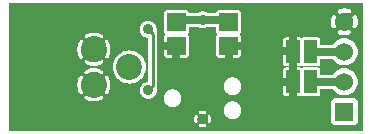
<source format=gbl>
G04 start of page 3 for group 1 idx 2 *
G04 Title: wearlink, bottom *
G04 Creator: pcb 1.99z *
G04 CreationDate: Mon Feb 18 11:15:00 2013 UTC *
G04 For: dijkstra *
G04 Format: Gerber/RS-274X *
G04 PCB-Dimensions (mil): 1326.38 433.46 *
G04 PCB-Coordinate-Origin: lower left *
%MOIN*%
%FSLAX25Y25*%
%LNBOTTOM*%
%ADD39C,0.0787*%
%ADD38C,0.0380*%
%ADD37C,0.0390*%
%ADD36C,0.0413*%
%ADD35C,0.0394*%
%ADD34C,0.0200*%
%ADD33C,0.0360*%
%ADD32R,0.0590X0.0590*%
%ADD31R,0.0460X0.0460*%
%ADD30C,0.0600*%
%ADD29C,0.0866*%
%ADD28C,0.0100*%
%ADD27C,0.0250*%
%ADD26C,0.0001*%
G54D26*G36*
X118406Y512D02*X115719D01*
Y2481D01*
X115789Y2510D01*
X115991Y2633D01*
X116170Y2786D01*
X116324Y2966D01*
X116447Y3167D01*
X116537Y3385D01*
X116592Y3615D01*
X116606Y3850D01*
X116592Y10086D01*
X116537Y10315D01*
X116447Y10533D01*
X116324Y10735D01*
X116170Y10914D01*
X115991Y11068D01*
X115789Y11191D01*
X115719Y11220D01*
Y14152D01*
X115758Y14197D01*
X116128Y14801D01*
X116399Y15456D01*
X116565Y16144D01*
X116606Y16850D01*
X116565Y17557D01*
X116399Y18245D01*
X116128Y18900D01*
X115758Y19504D01*
X115719Y19549D01*
Y24152D01*
X115758Y24197D01*
X116128Y24801D01*
X116399Y25456D01*
X116565Y26144D01*
X116606Y26850D01*
X116565Y27557D01*
X116399Y28245D01*
X116128Y28900D01*
X115758Y29504D01*
X115719Y29549D01*
Y34703D01*
X115762Y34710D01*
X115874Y34748D01*
X115979Y34802D01*
X116074Y34872D01*
X116157Y34956D01*
X116226Y35052D01*
X116276Y35159D01*
X116425Y35566D01*
X116528Y35988D01*
X116591Y36417D01*
X116612Y36850D01*
X116591Y37284D01*
X116528Y37713D01*
X116425Y38135D01*
X116281Y38544D01*
X116229Y38650D01*
X116160Y38747D01*
X116076Y38831D01*
X115981Y38902D01*
X115876Y38956D01*
X115763Y38994D01*
X115719Y39001D01*
Y43031D01*
X118406D01*
Y512D01*
G37*
G36*
X115719Y29549D02*X115298Y30042D01*
X114759Y30502D01*
X114156Y30872D01*
X113501Y31143D01*
X112812Y31309D01*
X112106Y31364D01*
Y32345D01*
X112540Y32366D01*
X112969Y32429D01*
X113390Y32532D01*
X113800Y32676D01*
X113906Y32728D01*
X114003Y32797D01*
X114087Y32880D01*
X114158Y32976D01*
X114212Y33081D01*
X114250Y33194D01*
X114269Y33311D01*
X114270Y33429D01*
X114252Y33547D01*
X114216Y33660D01*
X114163Y33766D01*
X114094Y33862D01*
X114011Y33947D01*
X113916Y34017D01*
X113810Y34072D01*
X113698Y34109D01*
X113581Y34128D01*
X113462Y34129D01*
X113345Y34112D01*
X113233Y34074D01*
X112961Y33975D01*
X112681Y33906D01*
X112395Y33864D01*
X112106Y33850D01*
Y39850D01*
X112395Y39836D01*
X112681Y39795D01*
X112961Y39726D01*
X113234Y39630D01*
X113346Y39593D01*
X113462Y39575D01*
X113581Y39576D01*
X113697Y39595D01*
X113809Y39632D01*
X113914Y39687D01*
X114009Y39757D01*
X114092Y39841D01*
X114160Y39937D01*
X114213Y40043D01*
X114249Y40155D01*
X114266Y40272D01*
X114266Y40390D01*
X114246Y40506D01*
X114209Y40618D01*
X114155Y40723D01*
X114085Y40818D01*
X114000Y40901D01*
X113904Y40970D01*
X113798Y41020D01*
X113390Y41169D01*
X112969Y41272D01*
X112540Y41335D01*
X112106Y41356D01*
Y43031D01*
X115719D01*
Y39001D01*
X115646Y39013D01*
X115527Y39014D01*
X115410Y38996D01*
X115297Y38960D01*
X115191Y38907D01*
X115095Y38838D01*
X115010Y38755D01*
X114940Y38660D01*
X114885Y38554D01*
X114848Y38442D01*
X114828Y38325D01*
X114827Y38206D01*
X114845Y38089D01*
X114883Y37977D01*
X114982Y37706D01*
X115051Y37425D01*
X115092Y37139D01*
X115106Y36850D01*
X115092Y36562D01*
X115051Y36276D01*
X114982Y35995D01*
X114886Y35723D01*
X114848Y35611D01*
X114831Y35494D01*
X114832Y35376D01*
X114851Y35260D01*
X114888Y35148D01*
X114943Y35043D01*
X115013Y34948D01*
X115097Y34865D01*
X115193Y34796D01*
X115298Y34744D01*
X115411Y34708D01*
X115528Y34690D01*
X115646Y34691D01*
X115719Y34703D01*
Y29549D01*
G37*
G36*
Y19549D02*X115298Y20042D01*
X114759Y20502D01*
X114156Y20872D01*
X113501Y21143D01*
X112812Y21309D01*
X112106Y21364D01*
Y22337D01*
X112812Y22392D01*
X113501Y22557D01*
X114156Y22828D01*
X114759Y23199D01*
X115298Y23659D01*
X115719Y24152D01*
Y19549D01*
G37*
G36*
Y11220D02*X115571Y11281D01*
X115342Y11336D01*
X115106Y11350D01*
X112106Y11344D01*
Y12337D01*
X112812Y12392D01*
X113501Y12557D01*
X114156Y12828D01*
X114759Y13199D01*
X115298Y13659D01*
X115719Y14152D01*
Y11220D01*
G37*
G36*
Y512D02*X112106D01*
Y2357D01*
X115342Y2364D01*
X115571Y2419D01*
X115719Y2481D01*
Y512D01*
G37*
G36*
X112106Y31364D02*X111400Y31309D01*
X110711Y31143D01*
X110057Y30872D01*
X109453Y30502D01*
X108915Y30042D01*
X108493Y29549D01*
Y34700D01*
X108567Y34688D01*
X108685Y34687D01*
X108802Y34704D01*
X108915Y34740D01*
X109022Y34793D01*
X109118Y34862D01*
X109202Y34946D01*
X109273Y35041D01*
X109328Y35146D01*
X109365Y35259D01*
X109384Y35376D01*
X109385Y35494D01*
X109368Y35612D01*
X109330Y35724D01*
X109231Y35995D01*
X109162Y36276D01*
X109120Y36562D01*
X109106Y36850D01*
X109120Y37139D01*
X109162Y37425D01*
X109231Y37706D01*
X109326Y37978D01*
X109364Y38090D01*
X109382Y38207D01*
X109381Y38325D01*
X109362Y38441D01*
X109324Y38553D01*
X109270Y38658D01*
X109200Y38753D01*
X109116Y38836D01*
X109020Y38904D01*
X108914Y38957D01*
X108802Y38993D01*
X108685Y39011D01*
X108567Y39010D01*
X108493Y38997D01*
Y43031D01*
X112106D01*
Y41356D01*
X111673Y41335D01*
X111244Y41272D01*
X110822Y41169D01*
X110413Y41025D01*
X110306Y40973D01*
X110210Y40904D01*
X110125Y40820D01*
X110055Y40725D01*
X110000Y40620D01*
X109963Y40507D01*
X109944Y40390D01*
X109943Y40272D01*
X109960Y40154D01*
X109996Y40041D01*
X110049Y39935D01*
X110118Y39839D01*
X110202Y39754D01*
X110297Y39684D01*
X110402Y39629D01*
X110515Y39592D01*
X110632Y39572D01*
X110750Y39571D01*
X110868Y39589D01*
X110980Y39627D01*
X111251Y39726D01*
X111532Y39795D01*
X111818Y39836D01*
X112106Y39850D01*
Y33850D01*
X111818Y33864D01*
X111532Y33906D01*
X111251Y33975D01*
X110979Y34070D01*
X110867Y34108D01*
X110750Y34126D01*
X110632Y34125D01*
X110516Y34106D01*
X110404Y34068D01*
X110299Y34014D01*
X110204Y33944D01*
X110121Y33860D01*
X110052Y33764D01*
X109999Y33658D01*
X109964Y33546D01*
X109946Y33429D01*
X109947Y33311D01*
X109966Y33195D01*
X110004Y33082D01*
X110058Y32978D01*
X110128Y32883D01*
X110212Y32800D01*
X110308Y32731D01*
X110415Y32680D01*
X110822Y32532D01*
X111244Y32429D01*
X111673Y32366D01*
X112106Y32345D01*
Y31364D01*
G37*
G36*
X108493Y29549D02*X108454Y29504D01*
X108207Y29100D01*
X104126D01*
X104124Y30807D01*
X104099Y30910D01*
Y43031D01*
X108493D01*
Y38997D01*
X108450Y38990D01*
X108338Y38953D01*
X108234Y38899D01*
X108139Y38829D01*
X108056Y38745D01*
X107987Y38649D01*
X107936Y38542D01*
X107788Y38135D01*
X107684Y37713D01*
X107622Y37284D01*
X107601Y36850D01*
X107622Y36417D01*
X107684Y35988D01*
X107788Y35566D01*
X107932Y35157D01*
X107984Y35050D01*
X108053Y34954D01*
X108136Y34870D01*
X108232Y34799D01*
X108337Y34745D01*
X108450Y34707D01*
X108493Y34700D01*
Y29549D01*
G37*
G36*
X112106Y21364D02*X111400Y21309D01*
X110711Y21143D01*
X110057Y20872D01*
X109453Y20502D01*
X108915Y20042D01*
X108454Y19504D01*
X108207Y19100D01*
X104126D01*
X104124Y20807D01*
X104099Y20910D01*
Y22791D01*
X104124Y22893D01*
X104133Y23050D01*
X104131Y24600D01*
X108207D01*
X108454Y24197D01*
X108915Y23659D01*
X109453Y23199D01*
X110057Y22828D01*
X110711Y22557D01*
X111400Y22392D01*
X112106Y22337D01*
Y21364D01*
G37*
G36*
Y512D02*X104099D01*
Y12791D01*
X104124Y12893D01*
X104133Y13050D01*
X104131Y14600D01*
X108207D01*
X108454Y14197D01*
X108915Y13659D01*
X109453Y13199D01*
X110057Y12828D01*
X110711Y12557D01*
X111400Y12392D01*
X112106Y12337D01*
Y11344D01*
X108871Y11336D01*
X108641Y11281D01*
X108423Y11191D01*
X108222Y11068D01*
X108042Y10914D01*
X107889Y10735D01*
X107766Y10533D01*
X107675Y10315D01*
X107620Y10086D01*
X107606Y9850D01*
X107620Y3615D01*
X107675Y3385D01*
X107766Y3167D01*
X107889Y2966D01*
X108042Y2786D01*
X108222Y2633D01*
X108423Y2510D01*
X108641Y2419D01*
X108871Y2364D01*
X109106Y2350D01*
X112106Y2357D01*
Y512D01*
G37*
G36*
X60925Y26075D02*Y34736D01*
X68799D01*
Y26075D01*
X60925D01*
G37*
G36*
X118406Y43031D02*Y512D01*
X115719D01*
Y2481D01*
X115789Y2510D01*
X115991Y2633D01*
X116170Y2786D01*
X116324Y2966D01*
X116447Y3167D01*
X116537Y3385D01*
X116592Y3615D01*
X116606Y3850D01*
X116592Y10086D01*
X116537Y10315D01*
X116447Y10533D01*
X116324Y10735D01*
X116170Y10914D01*
X115991Y11068D01*
X115789Y11191D01*
X115719Y11220D01*
Y14152D01*
X115758Y14197D01*
X116128Y14801D01*
X116399Y15456D01*
X116565Y16144D01*
X116606Y16850D01*
X116565Y17557D01*
X116399Y18245D01*
X116128Y18900D01*
X115758Y19504D01*
X115719Y19549D01*
Y24152D01*
X115758Y24197D01*
X116128Y24801D01*
X116399Y25456D01*
X116565Y26144D01*
X116606Y26850D01*
X116565Y27557D01*
X116399Y28245D01*
X116128Y28900D01*
X115758Y29504D01*
X115719Y29549D01*
Y34703D01*
X115762Y34710D01*
X115874Y34748D01*
X115979Y34802D01*
X116074Y34872D01*
X116157Y34956D01*
X116226Y35052D01*
X116276Y35159D01*
X116425Y35566D01*
X116528Y35988D01*
X116591Y36417D01*
X116612Y36850D01*
X116591Y37284D01*
X116528Y37713D01*
X116425Y38135D01*
X116281Y38544D01*
X116229Y38650D01*
X116160Y38747D01*
X116076Y38831D01*
X115981Y38902D01*
X115876Y38956D01*
X115763Y38994D01*
X115719Y39001D01*
Y43031D01*
X118406D01*
G37*
G36*
X115719Y29549D02*X115298Y30042D01*
X114759Y30502D01*
X114156Y30872D01*
X113501Y31143D01*
X112812Y31309D01*
X112106Y31364D01*
Y32345D01*
X112540Y32366D01*
X112969Y32429D01*
X113390Y32532D01*
X113800Y32676D01*
X113906Y32728D01*
X114003Y32797D01*
X114087Y32880D01*
X114158Y32976D01*
X114212Y33081D01*
X114250Y33194D01*
X114269Y33311D01*
X114270Y33429D01*
X114252Y33547D01*
X114216Y33660D01*
X114163Y33766D01*
X114094Y33862D01*
X114011Y33947D01*
X113916Y34017D01*
X113810Y34072D01*
X113698Y34109D01*
X113581Y34128D01*
X113462Y34129D01*
X113345Y34112D01*
X113233Y34074D01*
X112961Y33975D01*
X112681Y33906D01*
X112395Y33864D01*
X112106Y33850D01*
Y39850D01*
X112395Y39836D01*
X112681Y39795D01*
X112961Y39726D01*
X113234Y39630D01*
X113346Y39593D01*
X113462Y39575D01*
X113581Y39576D01*
X113697Y39595D01*
X113809Y39632D01*
X113914Y39687D01*
X114009Y39757D01*
X114092Y39841D01*
X114160Y39937D01*
X114213Y40043D01*
X114249Y40155D01*
X114266Y40272D01*
X114266Y40390D01*
X114246Y40506D01*
X114209Y40618D01*
X114155Y40723D01*
X114085Y40818D01*
X114000Y40901D01*
X113904Y40970D01*
X113798Y41020D01*
X113390Y41169D01*
X112969Y41272D01*
X112540Y41335D01*
X112106Y41356D01*
Y43031D01*
X115719D01*
Y39001D01*
X115646Y39013D01*
X115527Y39014D01*
X115410Y38996D01*
X115297Y38960D01*
X115191Y38907D01*
X115095Y38838D01*
X115010Y38755D01*
X114940Y38660D01*
X114885Y38554D01*
X114848Y38442D01*
X114828Y38325D01*
X114827Y38206D01*
X114845Y38089D01*
X114883Y37977D01*
X114982Y37706D01*
X115051Y37425D01*
X115092Y37139D01*
X115106Y36850D01*
X115092Y36562D01*
X115051Y36276D01*
X114982Y35995D01*
X114886Y35723D01*
X114848Y35611D01*
X114831Y35494D01*
X114832Y35376D01*
X114851Y35260D01*
X114888Y35148D01*
X114943Y35043D01*
X115013Y34948D01*
X115097Y34865D01*
X115193Y34796D01*
X115298Y34744D01*
X115411Y34708D01*
X115528Y34690D01*
X115646Y34691D01*
X115719Y34703D01*
Y29549D01*
G37*
G36*
Y19549D02*X115298Y20042D01*
X114759Y20502D01*
X114156Y20872D01*
X113501Y21143D01*
X112812Y21309D01*
X112106Y21364D01*
Y22337D01*
X112812Y22392D01*
X113501Y22557D01*
X114156Y22828D01*
X114759Y23199D01*
X115298Y23659D01*
X115719Y24152D01*
Y19549D01*
G37*
G36*
Y11220D02*X115571Y11281D01*
X115342Y11336D01*
X115106Y11350D01*
X112106Y11344D01*
Y12337D01*
X112812Y12392D01*
X113501Y12557D01*
X114156Y12828D01*
X114759Y13199D01*
X115298Y13659D01*
X115719Y14152D01*
Y11220D01*
G37*
G36*
Y512D02*X112106D01*
Y2357D01*
X115342Y2364D01*
X115571Y2419D01*
X115719Y2481D01*
Y512D01*
G37*
G36*
X112106Y31364D02*X111400Y31309D01*
X110711Y31143D01*
X110057Y30872D01*
X109453Y30502D01*
X108915Y30042D01*
X108493Y29549D01*
Y34700D01*
X108567Y34688D01*
X108685Y34687D01*
X108802Y34704D01*
X108915Y34740D01*
X109022Y34793D01*
X109118Y34862D01*
X109202Y34946D01*
X109273Y35041D01*
X109328Y35146D01*
X109365Y35259D01*
X109384Y35376D01*
X109385Y35494D01*
X109368Y35612D01*
X109330Y35724D01*
X109231Y35995D01*
X109162Y36276D01*
X109120Y36562D01*
X109106Y36850D01*
X109120Y37139D01*
X109162Y37425D01*
X109231Y37706D01*
X109326Y37978D01*
X109364Y38090D01*
X109382Y38207D01*
X109381Y38325D01*
X109362Y38441D01*
X109324Y38553D01*
X109270Y38658D01*
X109200Y38753D01*
X109116Y38836D01*
X109020Y38904D01*
X108914Y38957D01*
X108802Y38993D01*
X108685Y39011D01*
X108567Y39010D01*
X108493Y38997D01*
Y43031D01*
X112106D01*
Y41356D01*
X111673Y41335D01*
X111244Y41272D01*
X110822Y41169D01*
X110413Y41025D01*
X110306Y40973D01*
X110210Y40904D01*
X110125Y40820D01*
X110055Y40725D01*
X110000Y40620D01*
X109963Y40507D01*
X109944Y40390D01*
X109943Y40272D01*
X109960Y40154D01*
X109996Y40041D01*
X110049Y39935D01*
X110118Y39839D01*
X110202Y39754D01*
X110297Y39684D01*
X110402Y39629D01*
X110515Y39592D01*
X110632Y39572D01*
X110750Y39571D01*
X110868Y39589D01*
X110980Y39627D01*
X111251Y39726D01*
X111532Y39795D01*
X111818Y39836D01*
X112106Y39850D01*
Y33850D01*
X111818Y33864D01*
X111532Y33906D01*
X111251Y33975D01*
X110979Y34070D01*
X110867Y34108D01*
X110750Y34126D01*
X110632Y34125D01*
X110516Y34106D01*
X110404Y34068D01*
X110299Y34014D01*
X110204Y33944D01*
X110121Y33860D01*
X110052Y33764D01*
X109999Y33658D01*
X109964Y33546D01*
X109946Y33429D01*
X109947Y33311D01*
X109966Y33195D01*
X110004Y33082D01*
X110058Y32978D01*
X110128Y32883D01*
X110212Y32800D01*
X110308Y32731D01*
X110415Y32680D01*
X110822Y32532D01*
X111244Y32429D01*
X111673Y32366D01*
X112106Y32345D01*
Y31364D01*
G37*
G36*
X108493Y29549D02*X108454Y29504D01*
X108207Y29100D01*
X104170D01*
Y43031D01*
X108493D01*
Y38997D01*
X108450Y38990D01*
X108338Y38953D01*
X108234Y38899D01*
X108139Y38829D01*
X108056Y38745D01*
X107987Y38649D01*
X107936Y38542D01*
X107788Y38135D01*
X107684Y37713D01*
X107622Y37284D01*
X107601Y36850D01*
X107622Y36417D01*
X107684Y35988D01*
X107788Y35566D01*
X107932Y35157D01*
X107984Y35050D01*
X108053Y34954D01*
X108136Y34870D01*
X108232Y34799D01*
X108337Y34745D01*
X108450Y34707D01*
X108493Y34700D01*
Y29549D01*
G37*
G36*
X112106Y21364D02*X111400Y21309D01*
X110711Y21143D01*
X110057Y20872D01*
X109453Y20502D01*
X108915Y20042D01*
X108454Y19504D01*
X108207Y19100D01*
X104170D01*
Y24600D01*
X108207D01*
X108454Y24197D01*
X108915Y23659D01*
X109453Y23199D01*
X110057Y22828D01*
X110711Y22557D01*
X111400Y22392D01*
X112106Y22337D01*
Y21364D01*
G37*
G36*
Y512D02*X104170D01*
Y14600D01*
X108207D01*
X108454Y14197D01*
X108915Y13659D01*
X109453Y13199D01*
X110057Y12828D01*
X110711Y12557D01*
X111400Y12392D01*
X112106Y12337D01*
Y11344D01*
X108871Y11336D01*
X108641Y11281D01*
X108423Y11191D01*
X108222Y11068D01*
X108042Y10914D01*
X107889Y10735D01*
X107766Y10533D01*
X107675Y10315D01*
X107620Y10086D01*
X107606Y9850D01*
X107620Y3615D01*
X107675Y3385D01*
X107766Y3167D01*
X107889Y2966D01*
X108042Y2786D01*
X108222Y2633D01*
X108423Y2510D01*
X108641Y2419D01*
X108871Y2364D01*
X109106Y2350D01*
X112106Y2357D01*
Y512D01*
G37*
G36*
X104170D02*X74858D01*
Y4439D01*
X74862Y4439D01*
X75325Y4475D01*
X75777Y4583D01*
X76206Y4761D01*
X76602Y5004D01*
X76955Y5305D01*
X77256Y5658D01*
X77499Y6054D01*
X77676Y6483D01*
X77785Y6935D01*
X77812Y7398D01*
X77785Y7861D01*
X77676Y8312D01*
X77499Y8741D01*
X77256Y9137D01*
X76955Y9490D01*
X76602Y9792D01*
X76206Y10034D01*
X75777Y10212D01*
X75325Y10320D01*
X74862Y10357D01*
X74858Y10356D01*
Y12439D01*
X74862Y12439D01*
X75325Y12475D01*
X75777Y12583D01*
X76206Y12761D01*
X76602Y13004D01*
X76955Y13305D01*
X77256Y13658D01*
X77499Y14054D01*
X77676Y14483D01*
X77785Y14935D01*
X77812Y15398D01*
X77785Y15861D01*
X77676Y16312D01*
X77499Y16741D01*
X77256Y17137D01*
X76955Y17490D01*
X76602Y17792D01*
X76206Y18034D01*
X75777Y18212D01*
X75325Y18320D01*
X74862Y18357D01*
X74858Y18356D01*
Y24912D01*
X76830Y24915D01*
X76983Y24952D01*
X77129Y25012D01*
X77263Y25094D01*
X77382Y25196D01*
X77485Y25316D01*
X77567Y25450D01*
X77627Y25596D01*
X77664Y25749D01*
X77673Y25906D01*
X77664Y31968D01*
X77627Y32121D01*
X77567Y32266D01*
X77485Y32400D01*
X77382Y32520D01*
X77263Y32622D01*
X77129Y32705D01*
X76983Y32765D01*
X76856Y32795D01*
X76983Y32826D01*
X77129Y32886D01*
X77263Y32968D01*
X77382Y33070D01*
X77485Y33190D01*
X77567Y33324D01*
X77627Y33470D01*
X77664Y33623D01*
X77673Y33780D01*
X77664Y39842D01*
X77627Y39995D01*
X77567Y40140D01*
X77485Y40274D01*
X77382Y40394D01*
X77263Y40496D01*
X77129Y40579D01*
X76983Y40639D01*
X76830Y40676D01*
X76673Y40685D01*
X74858Y40682D01*
Y43031D01*
X104170D01*
Y29100D01*
X104126D01*
X104124Y30807D01*
X104087Y30960D01*
X104027Y31106D01*
X103945Y31240D01*
X103842Y31360D01*
X103723Y31462D01*
X103588Y31544D01*
X103443Y31604D01*
X103290Y31641D01*
X103133Y31650D01*
X98376Y31641D01*
X98223Y31604D01*
X98078Y31544D01*
X97943Y31462D01*
X97933Y31453D01*
X97923Y31462D01*
X97788Y31544D01*
X97643Y31604D01*
X97490Y31641D01*
X97333Y31650D01*
X92576Y31641D01*
X92423Y31604D01*
X92278Y31544D01*
X92143Y31462D01*
X92024Y31360D01*
X91922Y31240D01*
X91839Y31106D01*
X91779Y30960D01*
X91742Y30807D01*
X91733Y30650D01*
X91742Y22893D01*
X91779Y22740D01*
X91839Y22595D01*
X91922Y22461D01*
X92024Y22341D01*
X92143Y22239D01*
X92278Y22157D01*
X92423Y22096D01*
X92576Y22060D01*
X92733Y22050D01*
X97490Y22060D01*
X97643Y22096D01*
X97788Y22157D01*
X97923Y22239D01*
X97933Y22248D01*
X97943Y22239D01*
X98078Y22157D01*
X98223Y22096D01*
X98376Y22060D01*
X98533Y22050D01*
X103290Y22060D01*
X103443Y22096D01*
X103588Y22157D01*
X103723Y22239D01*
X103842Y22341D01*
X103945Y22461D01*
X104027Y22595D01*
X104087Y22740D01*
X104124Y22893D01*
X104133Y23050D01*
X104131Y24600D01*
X104170D01*
Y19100D01*
X104126D01*
X104124Y20807D01*
X104087Y20960D01*
X104027Y21106D01*
X103945Y21240D01*
X103842Y21360D01*
X103723Y21462D01*
X103588Y21544D01*
X103443Y21604D01*
X103290Y21641D01*
X103133Y21650D01*
X98376Y21641D01*
X98223Y21604D01*
X98078Y21544D01*
X97943Y21462D01*
X97933Y21453D01*
X97923Y21462D01*
X97788Y21544D01*
X97643Y21604D01*
X97490Y21641D01*
X97333Y21650D01*
X92576Y21641D01*
X92423Y21604D01*
X92278Y21544D01*
X92143Y21462D01*
X92024Y21360D01*
X91922Y21240D01*
X91839Y21106D01*
X91779Y20960D01*
X91742Y20807D01*
X91733Y20650D01*
X91742Y12893D01*
X91779Y12740D01*
X91839Y12595D01*
X91922Y12461D01*
X92024Y12341D01*
X92143Y12239D01*
X92278Y12157D01*
X92423Y12096D01*
X92576Y12060D01*
X92733Y12050D01*
X97490Y12060D01*
X97643Y12096D01*
X97788Y12157D01*
X97923Y12239D01*
X97933Y12248D01*
X97943Y12239D01*
X98078Y12157D01*
X98223Y12096D01*
X98376Y12060D01*
X98533Y12050D01*
X103290Y12060D01*
X103443Y12096D01*
X103588Y12157D01*
X103723Y12239D01*
X103842Y12341D01*
X103945Y12461D01*
X104027Y12595D01*
X104087Y12740D01*
X104124Y12893D01*
X104133Y13050D01*
X104131Y14600D01*
X104170D01*
Y512D01*
G37*
G36*
X74858Y40682D02*X70217Y40676D01*
X70064Y40639D01*
X69919Y40579D01*
X69785Y40496D01*
X69665Y40394D01*
X69563Y40274D01*
X69480Y40140D01*
X69420Y39995D01*
X69383Y39842D01*
X69379Y39770D01*
X67092D01*
Y43031D01*
X74858D01*
Y40682D01*
G37*
G36*
Y512D02*X67092D01*
Y3163D01*
X67160Y3177D01*
X67234Y3204D01*
X67302Y3243D01*
X67364Y3291D01*
X67417Y3349D01*
X67461Y3415D01*
X67492Y3487D01*
X67569Y3720D01*
X67622Y3960D01*
X67654Y4203D01*
X67665Y4449D01*
X67654Y4694D01*
X67622Y4938D01*
X67569Y5177D01*
X67494Y5411D01*
X67462Y5483D01*
X67418Y5549D01*
X67365Y5607D01*
X67303Y5656D01*
X67234Y5695D01*
X67160Y5723D01*
X67092Y5737D01*
Y30307D01*
X67134Y30357D01*
X67365Y30733D01*
X67533Y31140D01*
X67636Y31569D01*
X67662Y32008D01*
X67636Y32447D01*
X67533Y32876D01*
X67365Y33283D01*
X67134Y33659D01*
X67092Y33708D01*
Y35270D01*
X69381D01*
X69383Y33623D01*
X69420Y33470D01*
X69480Y33324D01*
X69563Y33190D01*
X69665Y33070D01*
X69785Y32968D01*
X69919Y32886D01*
X70064Y32826D01*
X70191Y32795D01*
X70064Y32765D01*
X69919Y32705D01*
X69785Y32622D01*
X69665Y32520D01*
X69563Y32400D01*
X69480Y32266D01*
X69420Y32121D01*
X69383Y31968D01*
X69374Y31811D01*
X69383Y25749D01*
X69420Y25596D01*
X69480Y25450D01*
X69563Y25316D01*
X69665Y25196D01*
X69785Y25094D01*
X69919Y25012D01*
X70064Y24952D01*
X70217Y24915D01*
X70374Y24906D01*
X74858Y24912D01*
Y18356D01*
X74399Y18320D01*
X73948Y18212D01*
X73519Y18034D01*
X73123Y17792D01*
X72770Y17490D01*
X72468Y17137D01*
X72226Y16741D01*
X72048Y16312D01*
X71940Y15861D01*
X71903Y15398D01*
X71940Y14935D01*
X72048Y14483D01*
X72226Y14054D01*
X72468Y13658D01*
X72770Y13305D01*
X73123Y13004D01*
X73519Y12761D01*
X73948Y12583D01*
X74399Y12475D01*
X74858Y12439D01*
Y10356D01*
X74399Y10320D01*
X73948Y10212D01*
X73519Y10034D01*
X73123Y9792D01*
X72770Y9490D01*
X72468Y9137D01*
X72226Y8741D01*
X72048Y8312D01*
X71940Y7861D01*
X71903Y7398D01*
X71940Y6935D01*
X72048Y6483D01*
X72226Y6054D01*
X72468Y5658D01*
X72770Y5305D01*
X73123Y5004D01*
X73519Y4761D01*
X73948Y4583D01*
X74399Y4475D01*
X74858Y4439D01*
Y512D01*
G37*
G36*
X67092Y39770D02*X66539D01*
X66513Y39792D01*
X66137Y40022D01*
X65730Y40191D01*
X65302Y40294D01*
X64862Y40328D01*
Y43031D01*
X67092D01*
Y39770D01*
G37*
G36*
Y33708D02*X66848Y33994D01*
X66513Y34280D01*
X66137Y34510D01*
X65730Y34679D01*
X65377Y34764D01*
X65730Y34849D01*
X66137Y35017D01*
X66513Y35247D01*
X66539Y35270D01*
X67092D01*
Y33708D01*
G37*
G36*
Y512D02*X64862D01*
Y1646D01*
X65108Y1657D01*
X65351Y1689D01*
X65591Y1742D01*
X65825Y1817D01*
X65897Y1849D01*
X65963Y1893D01*
X66021Y1946D01*
X66070Y2008D01*
X66109Y2077D01*
X66136Y2151D01*
X66152Y2228D01*
X66155Y2307D01*
X66146Y2386D01*
X66125Y2462D01*
X66092Y2533D01*
X66048Y2599D01*
X65995Y2657D01*
X65933Y2706D01*
X65864Y2745D01*
X65790Y2773D01*
X65713Y2788D01*
X65634Y2792D01*
X65555Y2783D01*
X65480Y2760D01*
X65330Y2711D01*
X65176Y2676D01*
X65020Y2656D01*
X64862Y2649D01*
Y6249D01*
X65020Y6242D01*
X65176Y6221D01*
X65330Y6187D01*
X65480Y6139D01*
X65556Y6117D01*
X65634Y6108D01*
X65713Y6111D01*
X65790Y6127D01*
X65863Y6154D01*
X65932Y6193D01*
X65994Y6242D01*
X66047Y6300D01*
X66090Y6365D01*
X66123Y6437D01*
X66144Y6512D01*
X66153Y6591D01*
X66150Y6669D01*
X66135Y6746D01*
X66107Y6820D01*
X66068Y6889D01*
X66020Y6950D01*
X65962Y7004D01*
X65896Y7047D01*
X65824Y7078D01*
X65591Y7155D01*
X65351Y7209D01*
X65108Y7241D01*
X64862Y7252D01*
Y29199D01*
X65302Y29234D01*
X65730Y29337D01*
X66137Y29505D01*
X66513Y29736D01*
X66848Y30022D01*
X67092Y30307D01*
Y5737D01*
X67083Y5738D01*
X67004Y5742D01*
X66925Y5733D01*
X66849Y5711D01*
X66778Y5679D01*
X66712Y5635D01*
X66654Y5581D01*
X66605Y5520D01*
X66566Y5451D01*
X66538Y5377D01*
X66523Y5299D01*
X66519Y5220D01*
X66528Y5142D01*
X66551Y5066D01*
X66600Y4917D01*
X66635Y4763D01*
X66655Y4606D01*
X66662Y4449D01*
X66655Y4291D01*
X66635Y4135D01*
X66600Y3981D01*
X66553Y3831D01*
X66530Y3755D01*
X66521Y3677D01*
X66524Y3598D01*
X66540Y3521D01*
X66567Y3448D01*
X66606Y3379D01*
X66655Y3317D01*
X66713Y3264D01*
X66778Y3221D01*
X66850Y3188D01*
X66926Y3167D01*
X67004Y3158D01*
X67083Y3161D01*
X67092Y3163D01*
Y512D01*
G37*
G36*
X62632Y35270D02*X63185D01*
X63211Y35247D01*
X63587Y35017D01*
X63994Y34849D01*
X64347Y34764D01*
X63994Y34679D01*
X63587Y34510D01*
X63211Y34280D01*
X62876Y33994D01*
X62632Y33708D01*
Y35270D01*
G37*
G36*
Y43031D02*X64862D01*
Y40328D01*
X64423Y40294D01*
X63994Y40191D01*
X63587Y40022D01*
X63211Y39792D01*
X63185Y39770D01*
X62632D01*
Y43031D01*
G37*
G36*
X64862Y512D02*X62632D01*
Y3161D01*
X62642Y3159D01*
X62720Y3156D01*
X62799Y3165D01*
X62875Y3186D01*
X62947Y3219D01*
X63013Y3263D01*
X63071Y3316D01*
X63120Y3378D01*
X63159Y3447D01*
X63186Y3521D01*
X63202Y3598D01*
X63205Y3677D01*
X63196Y3756D01*
X63173Y3831D01*
X63124Y3981D01*
X63090Y4135D01*
X63069Y4291D01*
X63062Y4449D01*
X63069Y4606D01*
X63090Y4763D01*
X63124Y4917D01*
X63172Y5067D01*
X63194Y5142D01*
X63203Y5221D01*
X63200Y5299D01*
X63184Y5376D01*
X63157Y5450D01*
X63118Y5519D01*
X63069Y5580D01*
X63012Y5634D01*
X62946Y5677D01*
X62874Y5710D01*
X62799Y5731D01*
X62720Y5740D01*
X62642Y5737D01*
X62632Y5735D01*
Y30307D01*
X62876Y30022D01*
X63211Y29736D01*
X63587Y29505D01*
X63994Y29337D01*
X64423Y29234D01*
X64862Y29199D01*
Y7252D01*
X64862D01*
X64617Y7241D01*
X64373Y7209D01*
X64134Y7155D01*
X63900Y7081D01*
X63828Y7049D01*
X63762Y7005D01*
X63704Y6952D01*
X63655Y6890D01*
X63616Y6821D01*
X63588Y6747D01*
X63573Y6669D01*
X63569Y6591D01*
X63578Y6512D01*
X63600Y6436D01*
X63632Y6364D01*
X63676Y6298D01*
X63730Y6240D01*
X63791Y6191D01*
X63860Y6152D01*
X63934Y6125D01*
X64012Y6109D01*
X64091Y6106D01*
X64169Y6115D01*
X64245Y6138D01*
X64394Y6187D01*
X64548Y6221D01*
X64705Y6242D01*
X64862Y6249D01*
Y2649D01*
X64705Y2656D01*
X64548Y2676D01*
X64394Y2711D01*
X64244Y2758D01*
X64169Y2781D01*
X64090Y2790D01*
X64012Y2787D01*
X63935Y2771D01*
X63861Y2744D01*
X63792Y2705D01*
X63731Y2656D01*
X63677Y2598D01*
X63634Y2533D01*
X63601Y2461D01*
X63580Y2385D01*
X63571Y2307D01*
X63574Y2228D01*
X63590Y2151D01*
X63617Y2077D01*
X63656Y2009D01*
X63705Y1947D01*
X63763Y1894D01*
X63828Y1850D01*
X63900Y1819D01*
X64134Y1742D01*
X64373Y1689D01*
X64617Y1657D01*
X64862Y1646D01*
Y512D01*
G37*
G36*
X54858Y43031D02*X62632D01*
Y39770D01*
X60341D01*
X60341Y39842D01*
X60304Y39995D01*
X60244Y40140D01*
X60162Y40274D01*
X60060Y40394D01*
X59940Y40496D01*
X59806Y40579D01*
X59660Y40639D01*
X59507Y40676D01*
X59350Y40685D01*
X54858Y40678D01*
Y43031D01*
G37*
G36*
X62632Y512D02*X54858D01*
Y8439D01*
X54862Y8439D01*
X55325Y8475D01*
X55777Y8583D01*
X56206Y8761D01*
X56602Y9004D01*
X56955Y9305D01*
X57256Y9658D01*
X57499Y10054D01*
X57676Y10483D01*
X57785Y10935D01*
X57812Y11398D01*
X57785Y11861D01*
X57676Y12312D01*
X57499Y12741D01*
X57256Y13137D01*
X56955Y13490D01*
X56602Y13792D01*
X56206Y14034D01*
X55777Y14212D01*
X55325Y14320D01*
X54862Y14357D01*
X54858Y14356D01*
Y24908D01*
X59507Y24915D01*
X59660Y24952D01*
X59806Y25012D01*
X59940Y25094D01*
X60060Y25196D01*
X60162Y25316D01*
X60244Y25450D01*
X60304Y25596D01*
X60341Y25749D01*
X60350Y25906D01*
X60341Y31968D01*
X60304Y32121D01*
X60244Y32266D01*
X60162Y32400D01*
X60060Y32520D01*
X59940Y32622D01*
X59806Y32705D01*
X59660Y32765D01*
X59533Y32795D01*
X59660Y32826D01*
X59806Y32886D01*
X59940Y32968D01*
X60060Y33070D01*
X60162Y33190D01*
X60244Y33324D01*
X60304Y33470D01*
X60341Y33623D01*
X60350Y33780D01*
X60348Y35270D01*
X62632D01*
Y33708D01*
X62590Y33659D01*
X62360Y33283D01*
X62191Y32876D01*
X62088Y32447D01*
X62054Y32008D01*
X62088Y31569D01*
X62191Y31140D01*
X62360Y30733D01*
X62590Y30357D01*
X62632Y30307D01*
Y5735D01*
X62565Y5721D01*
X62491Y5694D01*
X62422Y5655D01*
X62361Y5606D01*
X62307Y5548D01*
X62264Y5483D01*
X62233Y5411D01*
X62156Y5177D01*
X62102Y4938D01*
X62070Y4694D01*
X62060Y4449D01*
X62070Y4203D01*
X62102Y3960D01*
X62156Y3720D01*
X62230Y3486D01*
X62262Y3414D01*
X62306Y3348D01*
X62359Y3290D01*
X62421Y3241D01*
X62490Y3202D01*
X62564Y3175D01*
X62632Y3161D01*
Y512D01*
G37*
G36*
X54858D02*X46872D01*
Y11229D01*
X47235Y11257D01*
X47663Y11360D01*
X48070Y11529D01*
X48446Y11759D01*
X48781Y12045D01*
X49068Y12381D01*
X49298Y12756D01*
X49466Y13164D01*
X49569Y13592D01*
X49595Y14031D01*
X49569Y14471D01*
X49523Y14664D01*
X49636Y14848D01*
X49726Y15067D01*
X49781Y15296D01*
X49800Y15531D01*
X49795Y15590D01*
Y32768D01*
X49800Y32827D01*
X49781Y33062D01*
X49726Y33292D01*
X49636Y33510D01*
X49513Y33711D01*
X49482Y33747D01*
X49526Y33931D01*
X49552Y34370D01*
X49526Y34809D01*
X49423Y35238D01*
X49254Y35645D01*
X49024Y36021D01*
X48738Y36356D01*
X48403Y36642D01*
X48027Y36873D01*
X47620Y37041D01*
X47191Y37144D01*
X46872Y37169D01*
Y43031D01*
X54858D01*
Y40678D01*
X52894Y40676D01*
X52741Y40639D01*
X52596Y40579D01*
X52462Y40496D01*
X52342Y40394D01*
X52240Y40274D01*
X52158Y40140D01*
X52097Y39995D01*
X52061Y39842D01*
X52051Y39685D01*
X52061Y33623D01*
X52097Y33470D01*
X52158Y33324D01*
X52240Y33190D01*
X52342Y33070D01*
X52462Y32968D01*
X52596Y32886D01*
X52741Y32826D01*
X52868Y32795D01*
X52741Y32765D01*
X52596Y32705D01*
X52462Y32622D01*
X52342Y32520D01*
X52240Y32400D01*
X52158Y32266D01*
X52097Y32121D01*
X52061Y31968D01*
X52051Y31811D01*
X52061Y25749D01*
X52097Y25596D01*
X52158Y25450D01*
X52240Y25316D01*
X52342Y25196D01*
X52462Y25094D01*
X52596Y25012D01*
X52741Y24952D01*
X52894Y24915D01*
X53051Y24906D01*
X54858Y24908D01*
Y14356D01*
X54399Y14320D01*
X53948Y14212D01*
X53519Y14034D01*
X53123Y13792D01*
X52770Y13490D01*
X52468Y13137D01*
X52226Y12741D01*
X52048Y12312D01*
X51940Y11861D01*
X51903Y11398D01*
X51940Y10935D01*
X52048Y10483D01*
X52226Y10054D01*
X52468Y9658D01*
X52770Y9305D01*
X53123Y9004D01*
X53519Y8761D01*
X53948Y8583D01*
X54399Y8475D01*
X54858Y8439D01*
Y512D01*
G37*
G36*
X46872D02*X40444D01*
Y16244D01*
X40453Y16243D01*
X41318Y16311D01*
X42161Y16513D01*
X42963Y16845D01*
X43703Y17299D01*
X44362Y17862D01*
X44926Y18522D01*
X45379Y19262D01*
X45711Y20063D01*
X45913Y20907D01*
X45965Y21772D01*
X45913Y22637D01*
X45711Y23480D01*
X45379Y24282D01*
X44926Y25021D01*
X44362Y25681D01*
X43703Y26245D01*
X42963Y26698D01*
X42161Y27030D01*
X41318Y27232D01*
X40453Y27300D01*
X40444Y27300D01*
Y43031D01*
X46872D01*
Y37169D01*
X46752Y37179D01*
X46313Y37144D01*
X45884Y37041D01*
X45477Y36873D01*
X45101Y36642D01*
X44766Y36356D01*
X44480Y36021D01*
X44249Y35645D01*
X44081Y35238D01*
X43978Y34809D01*
X43943Y34370D01*
X43978Y33931D01*
X44081Y33502D01*
X44249Y33095D01*
X44480Y32719D01*
X44766Y32384D01*
X45101Y32098D01*
X45477Y31868D01*
X45884Y31699D01*
X46313Y31596D01*
X46752Y31561D01*
X46795Y31565D01*
Y16840D01*
X46356Y16806D01*
X45927Y16703D01*
X45520Y16534D01*
X45144Y16304D01*
X44809Y16018D01*
X44523Y15682D01*
X44293Y15307D01*
X44124Y14899D01*
X44021Y14471D01*
X43987Y14031D01*
X44021Y13592D01*
X44124Y13164D01*
X44293Y12756D01*
X44523Y12381D01*
X44809Y12045D01*
X45144Y11759D01*
X45520Y11529D01*
X45927Y11360D01*
X46356Y11257D01*
X46795Y11223D01*
X46872Y11229D01*
Y512D01*
G37*
G36*
X40444D02*X33207D01*
Y12843D01*
X33236Y12864D01*
X33301Y12930D01*
X33354Y13007D01*
X33599Y13444D01*
X33799Y13904D01*
X33955Y14380D01*
X34068Y14869D01*
X34136Y15365D01*
X34159Y15866D01*
X34136Y16367D01*
X34068Y16864D01*
X33955Y17352D01*
X33799Y17828D01*
X33599Y18288D01*
X33359Y18728D01*
X33305Y18805D01*
X33239Y18871D01*
X33207Y18895D01*
Y24654D01*
X33236Y24675D01*
X33301Y24741D01*
X33354Y24818D01*
X33599Y25255D01*
X33799Y25715D01*
X33955Y26191D01*
X34068Y26680D01*
X34136Y27176D01*
X34159Y27677D01*
X34136Y28178D01*
X34068Y28675D01*
X33955Y29163D01*
X33799Y29639D01*
X33599Y30099D01*
X33359Y30539D01*
X33305Y30616D01*
X33239Y30682D01*
X33207Y30706D01*
Y43031D01*
X40444D01*
Y27300D01*
X39588Y27232D01*
X38744Y27030D01*
X37943Y26698D01*
X37203Y26245D01*
X36543Y25681D01*
X35980Y25021D01*
X35527Y24282D01*
X35195Y23480D01*
X34992Y22637D01*
X34924Y21772D01*
X34992Y20907D01*
X35195Y20063D01*
X35527Y19262D01*
X35980Y18522D01*
X36543Y17862D01*
X37203Y17299D01*
X37943Y16845D01*
X38744Y16513D01*
X39588Y16311D01*
X40444Y16244D01*
Y512D01*
G37*
G36*
X33207D02*X28644D01*
Y10349D01*
X29143Y10371D01*
X29639Y10440D01*
X30128Y10553D01*
X30604Y10709D01*
X31064Y10909D01*
X31504Y11149D01*
X31580Y11203D01*
X31647Y11269D01*
X31702Y11345D01*
X31745Y11428D01*
X31774Y11517D01*
X31789Y11609D01*
X31790Y11703D01*
X31776Y11796D01*
X31747Y11885D01*
X31705Y11968D01*
X31650Y12044D01*
X31584Y12111D01*
X31509Y12166D01*
X31426Y12209D01*
X31337Y12239D01*
X31244Y12254D01*
X31150Y12254D01*
X31058Y12240D01*
X30969Y12211D01*
X30886Y12168D01*
X30543Y11975D01*
X30182Y11819D01*
X29808Y11695D01*
X29425Y11607D01*
X29035Y11553D01*
X28644Y11536D01*
Y20197D01*
X29035Y20179D01*
X29425Y20125D01*
X29808Y20037D01*
X30182Y19914D01*
X30543Y19757D01*
X30888Y19569D01*
X30970Y19525D01*
X31059Y19497D01*
X31151Y19483D01*
X31244Y19483D01*
X31335Y19498D01*
X31424Y19527D01*
X31506Y19570D01*
X31581Y19625D01*
X31647Y19691D01*
X31701Y19766D01*
X31743Y19849D01*
X31771Y19938D01*
X31785Y20030D01*
X31785Y20122D01*
X31770Y20214D01*
X31741Y20303D01*
X31698Y20385D01*
X31643Y20460D01*
X31577Y20526D01*
X31501Y20578D01*
X31064Y20824D01*
X30604Y21023D01*
X30128Y21180D01*
X29639Y21293D01*
X29143Y21361D01*
X28644Y21384D01*
Y22160D01*
X29143Y22182D01*
X29639Y22251D01*
X30128Y22364D01*
X30604Y22520D01*
X31064Y22720D01*
X31504Y22960D01*
X31580Y23014D01*
X31647Y23080D01*
X31702Y23156D01*
X31745Y23239D01*
X31774Y23328D01*
X31789Y23420D01*
X31790Y23514D01*
X31776Y23607D01*
X31747Y23696D01*
X31705Y23780D01*
X31650Y23856D01*
X31584Y23922D01*
X31509Y23977D01*
X31426Y24020D01*
X31337Y24050D01*
X31244Y24065D01*
X31150Y24065D01*
X31058Y24051D01*
X30969Y24022D01*
X30886Y23979D01*
X30543Y23786D01*
X30182Y23630D01*
X29808Y23506D01*
X29425Y23418D01*
X29035Y23364D01*
X28644Y23347D01*
Y32008D01*
X29035Y31990D01*
X29425Y31937D01*
X29808Y31848D01*
X30182Y31725D01*
X30543Y31568D01*
X30888Y31380D01*
X30970Y31336D01*
X31059Y31308D01*
X31151Y31294D01*
X31244Y31294D01*
X31335Y31309D01*
X31424Y31338D01*
X31506Y31381D01*
X31581Y31436D01*
X31647Y31502D01*
X31701Y31577D01*
X31743Y31660D01*
X31771Y31749D01*
X31785Y31841D01*
X31785Y31934D01*
X31770Y32025D01*
X31741Y32114D01*
X31698Y32196D01*
X31643Y32271D01*
X31577Y32337D01*
X31501Y32389D01*
X31064Y32635D01*
X30604Y32834D01*
X30128Y32991D01*
X29639Y33104D01*
X29143Y33172D01*
X28644Y33195D01*
Y43031D01*
X33207D01*
Y30706D01*
X33163Y30738D01*
X33080Y30781D01*
X32991Y30810D01*
X32898Y30825D01*
X32805Y30825D01*
X32712Y30811D01*
X32623Y30783D01*
X32539Y30740D01*
X32463Y30686D01*
X32397Y30620D01*
X32341Y30544D01*
X32299Y30461D01*
X32269Y30372D01*
X32254Y30280D01*
X32254Y30186D01*
X32268Y30093D01*
X32297Y30004D01*
X32340Y29921D01*
X32533Y29578D01*
X32689Y29217D01*
X32812Y28844D01*
X32901Y28460D01*
X32955Y28070D01*
X32972Y27677D01*
X32955Y27284D01*
X32901Y26894D01*
X32812Y26511D01*
X32689Y26137D01*
X32533Y25776D01*
X32344Y25431D01*
X32301Y25349D01*
X32272Y25260D01*
X32258Y25168D01*
X32259Y25075D01*
X32274Y24983D01*
X32303Y24895D01*
X32345Y24813D01*
X32400Y24738D01*
X32466Y24672D01*
X32542Y24618D01*
X32625Y24576D01*
X32713Y24548D01*
X32805Y24533D01*
X32898Y24534D01*
X32990Y24549D01*
X33078Y24578D01*
X33161Y24621D01*
X33207Y24654D01*
Y18895D01*
X33163Y18927D01*
X33080Y18970D01*
X32991Y18999D01*
X32898Y19014D01*
X32805Y19014D01*
X32712Y19000D01*
X32623Y18972D01*
X32539Y18929D01*
X32463Y18875D01*
X32397Y18809D01*
X32341Y18733D01*
X32299Y18650D01*
X32269Y18561D01*
X32254Y18469D01*
X32254Y18375D01*
X32268Y18282D01*
X32297Y18193D01*
X32340Y18110D01*
X32533Y17767D01*
X32689Y17406D01*
X32812Y17033D01*
X32901Y16649D01*
X32955Y16259D01*
X32972Y15866D01*
X32955Y15473D01*
X32901Y15083D01*
X32812Y14700D01*
X32689Y14326D01*
X32533Y13965D01*
X32344Y13620D01*
X32301Y13537D01*
X32272Y13449D01*
X32258Y13357D01*
X32259Y13264D01*
X32274Y13172D01*
X32303Y13084D01*
X32345Y13001D01*
X32400Y12927D01*
X32466Y12861D01*
X32542Y12807D01*
X32625Y12765D01*
X32713Y12737D01*
X32805Y12722D01*
X32898Y12723D01*
X32990Y12738D01*
X33078Y12767D01*
X33161Y12809D01*
X33207Y12843D01*
Y512D01*
G37*
G36*
X28644D02*X24077D01*
Y12837D01*
X24120Y12806D01*
X24204Y12763D01*
X24293Y12733D01*
X24385Y12718D01*
X24479Y12718D01*
X24571Y12732D01*
X24660Y12761D01*
X24744Y12803D01*
X24820Y12858D01*
X24887Y12924D01*
X24942Y12999D01*
X24985Y13082D01*
X25014Y13171D01*
X25029Y13264D01*
X25030Y13357D01*
X25015Y13450D01*
X24987Y13539D01*
X24943Y13622D01*
X24751Y13965D01*
X24594Y14326D01*
X24471Y14700D01*
X24382Y15083D01*
X24329Y15473D01*
X24311Y15866D01*
X24329Y16259D01*
X24382Y16649D01*
X24471Y17033D01*
X24594Y17406D01*
X24751Y17767D01*
X24939Y18113D01*
X24983Y18195D01*
X25011Y18283D01*
X25025Y18375D01*
X25025Y18468D01*
X25010Y18560D01*
X24981Y18648D01*
X24938Y18731D01*
X24883Y18806D01*
X24817Y18871D01*
X24742Y18926D01*
X24659Y18967D01*
X24570Y18996D01*
X24478Y19010D01*
X24385Y19009D01*
X24294Y18994D01*
X24205Y18965D01*
X24123Y18923D01*
X24077Y18889D01*
Y24649D01*
X24120Y24617D01*
X24204Y24574D01*
X24293Y24544D01*
X24385Y24529D01*
X24479Y24529D01*
X24571Y24543D01*
X24660Y24572D01*
X24744Y24614D01*
X24820Y24669D01*
X24887Y24735D01*
X24942Y24810D01*
X24985Y24893D01*
X25014Y24982D01*
X25029Y25075D01*
X25030Y25168D01*
X25015Y25261D01*
X24987Y25350D01*
X24943Y25433D01*
X24751Y25776D01*
X24594Y26137D01*
X24471Y26511D01*
X24382Y26894D01*
X24329Y27284D01*
X24311Y27677D01*
X24329Y28070D01*
X24382Y28460D01*
X24471Y28844D01*
X24594Y29217D01*
X24751Y29578D01*
X24939Y29924D01*
X24983Y30006D01*
X25011Y30094D01*
X25025Y30186D01*
X25025Y30279D01*
X25010Y30371D01*
X24981Y30459D01*
X24938Y30542D01*
X24883Y30617D01*
X24817Y30682D01*
X24742Y30737D01*
X24659Y30778D01*
X24570Y30807D01*
X24478Y30821D01*
X24385Y30820D01*
X24294Y30806D01*
X24205Y30776D01*
X24123Y30734D01*
X24077Y30700D01*
Y43031D01*
X28644D01*
Y33195D01*
X28642Y33195D01*
X28141Y33172D01*
X27644Y33104D01*
X27156Y32991D01*
X26679Y32834D01*
X26219Y32635D01*
X25779Y32394D01*
X25703Y32340D01*
X25637Y32274D01*
X25581Y32199D01*
X25538Y32115D01*
X25509Y32026D01*
X25494Y31934D01*
X25494Y31840D01*
X25508Y31748D01*
X25536Y31658D01*
X25579Y31575D01*
X25633Y31499D01*
X25699Y31432D01*
X25775Y31377D01*
X25858Y31334D01*
X25947Y31305D01*
X26039Y31290D01*
X26133Y31289D01*
X26226Y31303D01*
X26315Y31332D01*
X26397Y31376D01*
X26740Y31568D01*
X27102Y31725D01*
X27475Y31848D01*
X27859Y31937D01*
X28249Y31990D01*
X28642Y32008D01*
X28644Y32008D01*
Y23347D01*
X28642Y23346D01*
X28249Y23364D01*
X27859Y23418D01*
X27475Y23506D01*
X27102Y23630D01*
X26740Y23786D01*
X26395Y23975D01*
X26313Y24018D01*
X26225Y24046D01*
X26133Y24061D01*
X26040Y24060D01*
X25948Y24045D01*
X25860Y24016D01*
X25777Y23974D01*
X25702Y23919D01*
X25637Y23853D01*
X25582Y23777D01*
X25541Y23694D01*
X25512Y23606D01*
X25498Y23514D01*
X25498Y23421D01*
X25513Y23329D01*
X25543Y23241D01*
X25585Y23158D01*
X25640Y23083D01*
X25706Y23018D01*
X25782Y22965D01*
X26219Y22720D01*
X26679Y22520D01*
X27156Y22364D01*
X27644Y22251D01*
X28141Y22182D01*
X28642Y22160D01*
X28644Y22160D01*
Y21384D01*
X28642Y21384D01*
X28141Y21361D01*
X27644Y21293D01*
X27156Y21180D01*
X26679Y21023D01*
X26219Y20824D01*
X25779Y20583D01*
X25703Y20529D01*
X25637Y20463D01*
X25581Y20388D01*
X25538Y20304D01*
X25509Y20215D01*
X25494Y20123D01*
X25494Y20029D01*
X25508Y19937D01*
X25536Y19847D01*
X25579Y19764D01*
X25633Y19688D01*
X25699Y19621D01*
X25775Y19566D01*
X25858Y19523D01*
X25947Y19494D01*
X26039Y19479D01*
X26133Y19478D01*
X26226Y19492D01*
X26315Y19521D01*
X26397Y19565D01*
X26740Y19757D01*
X27102Y19914D01*
X27475Y20037D01*
X27859Y20125D01*
X28249Y20179D01*
X28642Y20197D01*
X28644Y20197D01*
Y11536D01*
X28642Y11535D01*
X28249Y11553D01*
X27859Y11607D01*
X27475Y11695D01*
X27102Y11819D01*
X26740Y11975D01*
X26395Y12164D01*
X26313Y12207D01*
X26225Y12235D01*
X26133Y12250D01*
X26040Y12249D01*
X25948Y12234D01*
X25860Y12205D01*
X25777Y12163D01*
X25702Y12108D01*
X25637Y12042D01*
X25582Y11966D01*
X25541Y11883D01*
X25512Y11795D01*
X25498Y11703D01*
X25498Y11610D01*
X25513Y11518D01*
X25543Y11430D01*
X25585Y11347D01*
X25640Y11272D01*
X25706Y11207D01*
X25782Y11154D01*
X26219Y10909D01*
X26679Y10709D01*
X27156Y10553D01*
X27644Y10440D01*
X28141Y10371D01*
X28642Y10349D01*
X28644Y10349D01*
Y512D01*
G37*
G36*
X24077D02*X295D01*
Y43031D01*
X24077D01*
Y30700D01*
X24048Y30679D01*
X23982Y30613D01*
X23930Y30536D01*
X23684Y30099D01*
X23485Y29639D01*
X23328Y29163D01*
X23215Y28675D01*
X23147Y28178D01*
X23124Y27677D01*
X23147Y27176D01*
X23215Y26680D01*
X23328Y26191D01*
X23485Y25715D01*
X23684Y25255D01*
X23925Y24815D01*
X23979Y24739D01*
X24045Y24672D01*
X24077Y24649D01*
Y18889D01*
X24048Y18868D01*
X23982Y18802D01*
X23930Y18725D01*
X23684Y18288D01*
X23485Y17828D01*
X23328Y17352D01*
X23215Y16864D01*
X23147Y16367D01*
X23124Y15866D01*
X23147Y15365D01*
X23215Y14869D01*
X23328Y14380D01*
X23485Y13904D01*
X23684Y13444D01*
X23925Y13004D01*
X23979Y12928D01*
X24045Y12861D01*
X24077Y12837D01*
Y512D01*
G37*
G54D27*X73524Y28858D02*Y21772D01*
Y28858D02*X80610D01*
G54D28*X46752Y34370D02*X48295Y32827D01*
G54D27*X72736Y37520D02*X73524Y36732D01*
X56988Y37520D02*X56201Y36732D01*
X72736Y37520D02*X56988D01*
X112106Y16850D02*X100833D01*
X112106Y26850D02*X100833D01*
X95033Y16850D02*Y6811D01*
Y16798D02*Y35157D01*
Y27034D02*X89272D01*
X95033Y16798D02*X87697D01*
G54D28*X48295Y32827D02*Y15531D01*
X46795Y14031D01*
G54D27*X56201Y28858D02*X51795D01*
X56122D02*Y24031D01*
G54D29*X28642Y27677D03*
X40453Y21772D03*
X28642Y15866D03*
G54D26*G36*
X109106Y9850D02*Y3850D01*
X115106D01*
Y9850D01*
X109106D01*
G37*
G54D30*X112106Y16850D03*
Y26850D03*
Y36850D03*
G54D31*X100833Y18350D02*Y15350D01*
X95033Y18350D02*Y15350D01*
X100833Y28350D02*Y25350D01*
X95033Y28350D02*Y25350D01*
G54D32*X56004Y28858D02*X56398D01*
X56004Y36732D02*X56398D01*
X73327D02*X73721D01*
X73327Y28858D02*X73721D01*
G54D33*X46752Y34370D03*
X64862Y37520D03*
Y32008D03*
Y4449D03*
X46795Y14031D03*
G54D34*G54D35*G54D36*G54D37*G54D38*G54D37*G54D38*G54D37*G54D38*G54D39*G54D38*M02*

</source>
